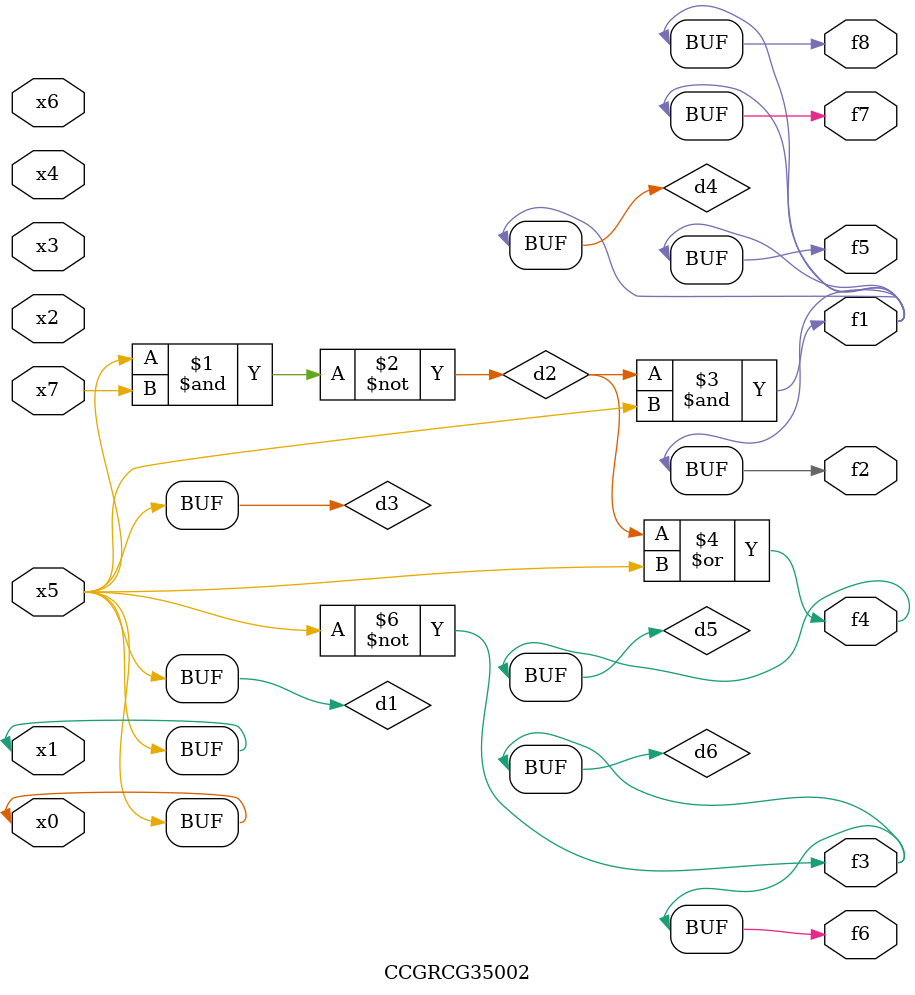
<source format=v>
module CCGRCG35002(
	input x0, x1, x2, x3, x4, x5, x6, x7,
	output f1, f2, f3, f4, f5, f6, f7, f8
);

	wire d1, d2, d3, d4, d5, d6;

	buf (d1, x0, x5);
	nand (d2, x5, x7);
	buf (d3, x0, x1);
	and (d4, d2, d3);
	or (d5, d2, d3);
	nor (d6, d1, d3);
	assign f1 = d4;
	assign f2 = d4;
	assign f3 = d6;
	assign f4 = d5;
	assign f5 = d4;
	assign f6 = d6;
	assign f7 = d4;
	assign f8 = d4;
endmodule

</source>
